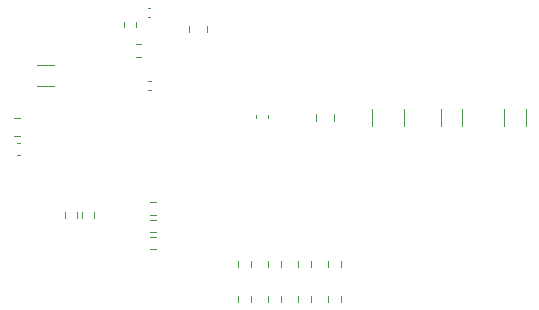
<source format=gbr>
%TF.GenerationSoftware,KiCad,Pcbnew,9.0.5*%
%TF.CreationDate,2025-10-15T03:39:03+09:00*%
%TF.ProjectId,fpga_pre_test,66706761-5f70-4726-955f-746573742e6b,rev?*%
%TF.SameCoordinates,Original*%
%TF.FileFunction,Legend,Bot*%
%TF.FilePolarity,Positive*%
%FSLAX46Y46*%
G04 Gerber Fmt 4.6, Leading zero omitted, Abs format (unit mm)*
G04 Created by KiCad (PCBNEW 9.0.5) date 2025-10-15 03:39:03*
%MOMM*%
%LPD*%
G01*
G04 APERTURE LIST*
%ADD10C,0.120000*%
G04 APERTURE END LIST*
D10*
%TO.C,C7*%
X149800000Y-93254420D02*
X149800000Y-93535580D01*
X150820000Y-93254420D02*
X150820000Y-93535580D01*
%TO.C,C10*%
X165495000Y-92753748D02*
X165495000Y-94176252D01*
X167315000Y-92753748D02*
X167315000Y-94176252D01*
%TO.C,C9*%
X162400000Y-92753748D02*
X162400000Y-94176252D01*
X159680000Y-92753748D02*
X159680000Y-94176252D01*
%TO.C,C8*%
X156410000Y-93203748D02*
X156410000Y-93726252D01*
X154940000Y-93203748D02*
X154940000Y-93726252D01*
%TO.C,C11*%
X172680000Y-92733748D02*
X172680000Y-94156252D01*
X170860000Y-92733748D02*
X170860000Y-94156252D01*
%TO.C,R14*%
X148347500Y-109072258D02*
X148347500Y-108597742D01*
X149392500Y-109072258D02*
X149392500Y-108597742D01*
%TO.C,C2*%
X129831252Y-93515000D02*
X129308748Y-93515000D01*
X129831252Y-94985000D02*
X129308748Y-94985000D01*
%TO.C,C3*%
X129885580Y-95620000D02*
X129604420Y-95620000D01*
X129885580Y-96640000D02*
X129604420Y-96640000D01*
%TO.C,R4*%
X141343751Y-103144999D02*
X140869235Y-103144999D01*
X141343751Y-102099999D02*
X140869235Y-102099999D01*
%TO.C,R1*%
X135087500Y-101947258D02*
X135087500Y-101472742D01*
X136132500Y-101947258D02*
X136132500Y-101472742D01*
%TO.C,R2*%
X134675189Y-101472742D02*
X134675189Y-101947258D01*
X133630189Y-101472742D02*
X133630189Y-101947258D01*
%TO.C,R3*%
X141343751Y-101684999D02*
X140869235Y-101684999D01*
X141343751Y-100639999D02*
X140869235Y-100639999D01*
%TO.C,R5*%
X141343751Y-104604999D02*
X140869235Y-104604999D01*
X141343751Y-103559999D02*
X140869235Y-103559999D01*
%TO.C,C6*%
X140917836Y-90380000D02*
X140702164Y-90380000D01*
X140917836Y-91100000D02*
X140702164Y-91100000D01*
%TO.C,R15*%
X149392500Y-106112258D02*
X149392500Y-105637742D01*
X148347500Y-106112258D02*
X148347500Y-105637742D01*
%TO.C,R13*%
X151932500Y-106102258D02*
X151932500Y-105627742D01*
X150887500Y-106102258D02*
X150887500Y-105627742D01*
%TO.C,R12*%
X151932500Y-109062258D02*
X151932500Y-108587742D01*
X150887500Y-109062258D02*
X150887500Y-108587742D01*
%TO.C,R11*%
X154472500Y-106102258D02*
X154472500Y-105627742D01*
X153427500Y-106102258D02*
X153427500Y-105627742D01*
%TO.C,R10*%
X154472500Y-109062258D02*
X154472500Y-108587742D01*
X153427500Y-109062258D02*
X153427500Y-108587742D01*
%TO.C,R9*%
X157017500Y-106102258D02*
X157017500Y-105627742D01*
X155972500Y-106102258D02*
X155972500Y-105627742D01*
%TO.C,R8*%
X157012500Y-109062258D02*
X157012500Y-108587742D01*
X155967500Y-109062258D02*
X155967500Y-108587742D01*
%TO.C,R7*%
X139667500Y-85812258D02*
X139667500Y-85337742D01*
X138622500Y-85812258D02*
X138622500Y-85337742D01*
%TO.C,C5*%
X145650000Y-86231252D02*
X145650000Y-85708748D01*
X144180000Y-86231252D02*
X144180000Y-85708748D01*
%TO.C,C4*%
X140902836Y-84200000D02*
X140687164Y-84200000D01*
X140902836Y-84920000D02*
X140687164Y-84920000D01*
%TO.C,C1*%
X132691252Y-89010000D02*
X131268748Y-89010000D01*
X132691252Y-90830000D02*
X131268748Y-90830000D01*
%TO.C,R6*%
X140137258Y-87267500D02*
X139662742Y-87267500D01*
X140137258Y-88312500D02*
X139662742Y-88312500D01*
%TD*%
M02*

</source>
